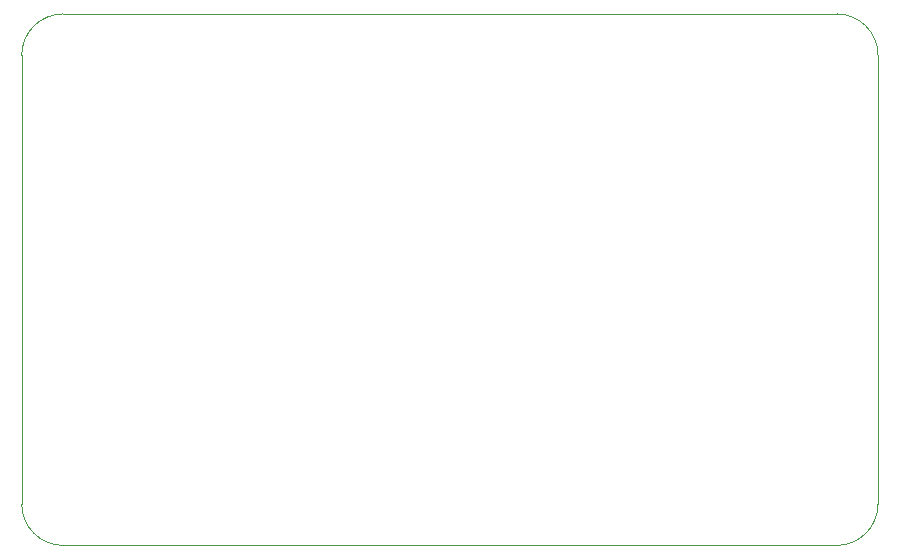
<source format=gbr>
%TF.GenerationSoftware,KiCad,Pcbnew,9.0.6*%
%TF.CreationDate,2025-12-09T22:28:09-06:00*%
%TF.ProjectId,QCW_Precharge,5143575f-5072-4656-9368-617267652e6b,rev?*%
%TF.SameCoordinates,Original*%
%TF.FileFunction,Profile,NP*%
%FSLAX46Y46*%
G04 Gerber Fmt 4.6, Leading zero omitted, Abs format (unit mm)*
G04 Created by KiCad (PCBNEW 9.0.6) date 2025-12-09 22:28:09*
%MOMM*%
%LPD*%
G01*
G04 APERTURE LIST*
%TA.AperFunction,Profile*%
%ADD10C,0.050000*%
%TD*%
G04 APERTURE END LIST*
D10*
X171250000Y-120500000D02*
G75*
G02*
X167750000Y-117000000I0J3500000D01*
G01*
X240250000Y-79000000D02*
X240250000Y-117000000D01*
X240250000Y-117000000D02*
G75*
G02*
X236750000Y-120500000I-3500000J0D01*
G01*
X167750000Y-79000000D02*
G75*
G02*
X171250000Y-75500000I3500000J0D01*
G01*
X167750000Y-117000000D02*
X167750000Y-79000000D01*
X236750000Y-75500000D02*
G75*
G02*
X240250000Y-79000000I0J-3500000D01*
G01*
X171250000Y-75500000D02*
X236750000Y-75500000D01*
X236750000Y-120500000D02*
X171250000Y-120500000D01*
M02*

</source>
